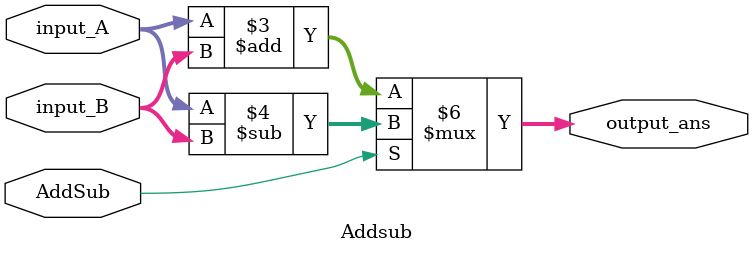
<source format=v>
module Addsub(AddSub,input_A,input_B,output_ans);
	input AddSub;
	input [15:0] input_A,input_B;
	output reg[15:0] output_ans;
	always@(input_A or input_B)
	begin
	if(AddSub==0)
		begin
			output_ans=input_A+input_B;
		end
	else
		begin
			output_ans=input_A-input_B;
		end
	end
endmodule
</source>
